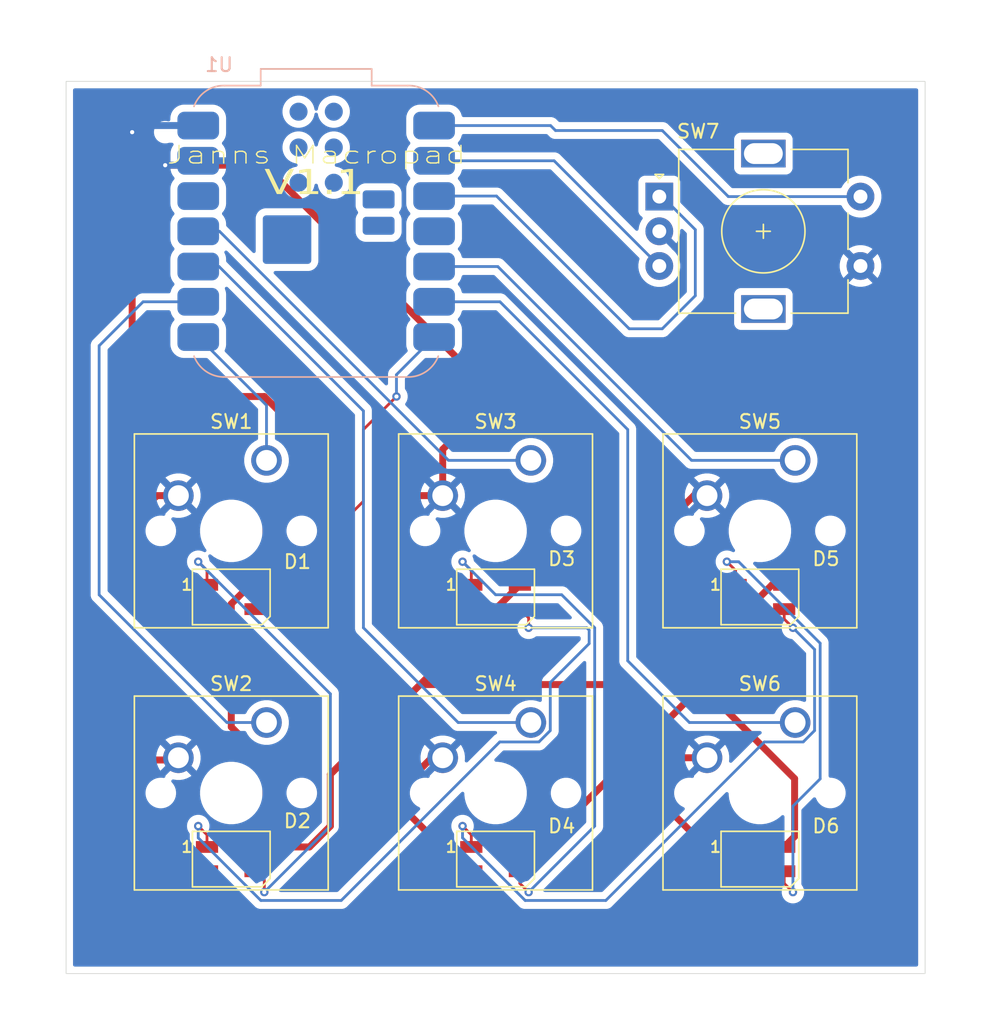
<source format=kicad_pcb>
(kicad_pcb (version 20241229) (generator "pcbnew") (generator_version "9.0")
  (layers (0 "F.Cu" signal) (2 "B.Cu" signal) (13 "F.Paste" user) (15 "B.Paste" user) (5 "F.SilkS" user "F.Silkscreen") (7 "B.SilkS" user "B.Silkscreen") (1 "F.Mask" user) (3 "B.Mask" user) (25 "Edge.Cuts" user))
  (net 0 "")
  (net 1 "+5V")
  (net 2 "Net-(D1-DIN)")
  (net 3 "Net-(D1-DOUT)")
  (net 4 "GND")
  (net 5 "Net-(D2-DOUT)")
  (net 6 "Net-(D3-DOUT)")
  (net 7 "Net-(D4-DOUT)")
  (net 8 "Net-(D5-DOUT)")
  (net 10 "Net-(U1-GPIO1{slash}RX)")
  (net 11 "Net-(U1-GPIO2{slash}SCK)")
  (net 12 "Net-(U1-GPIO3{slash}MOSI)")
  (net 13 "Net-(U1-GPIO4{slash}MISO)")
  (net 14 "Net-(U1-GPIO6{slash}SDA)")
  (net 15 "Net-(U1-GPIO7{slash}SCL)")
  (net 18 "Net-(U1-GPIO27{slash}ADC1{slash}A1)")
  (net 19 "Net-(U1-GPIO26{slash}ADC0{slash}A0)")
  (net 20 "Net-(U1-GPIO28{slash}ADC2{slash}A2)")
  (footprint "Button_Switch_Keyboard:SW_Cherry_MX_1.00u_PCB" (layer "F.Cu") (at 178.7525 83.185)
    (property "Reference" "SW3" (at -2.54 -2.794 0) (layer "F.SilkS"))
    (property "Value" "SW_Push")
    (fp_line (start -9.525 -1.905) (end 4.445 -1.905) (stroke (width 0.12)) (layer "F.SilkS"))
    (fp_line (start -9.525 12.065) (end -9.525 -1.905) (stroke (width 0.12)) (layer "F.SilkS"))
    (fp_line (start 4.445 -1.905) (end 4.445 12.065) (stroke (width 0.12)) (layer "F.SilkS"))
    (fp_line (start 4.445 12.065) (end -9.525 12.065) (stroke (width 0.12)) (layer "F.SilkS"))
    (pad "" np_thru_hole circle (at -7.62 5.08) (size 1.7 1.7) (drill 1.7) (layers "*.Cu" "*.Mask"))
    (pad "" np_thru_hole circle (at -2.54 5.08) (size 4 4) (drill 4) (layers "*.Cu" "*.Mask"))
    (pad "" np_thru_hole circle (at 2.54 5.08) (size 1.7 1.7) (drill 1.7) (layers "*.Cu" "*.Mask"))
    (pad "1" thru_hole circle (at 0 0) (size 2.2 2.2) (drill 1.5) (layers "*.Cu" "*.Mask") (net 12 "Net-(U1-GPIO3{slash}MOSI)"))
    (pad "2" thru_hole circle (at -6.35 2.54) (size 2.2 2.2) (drill 1.5) (layers "*.Cu" "*.Mask") (net 4 "GND"))
  )
  (footprint "LED_SMD:LED_SK6812MINI_PLCC4_3.5x3.5mm_P1.75mm" (layer "F.Cu") (at 176.2125 93.0275)
    (property "Reference" "D3" (at 4.7625 -2.75 0) (layer "F.SilkS"))
    (property "Value" "SK6812MINI")
    (fp_line (start -2.8 -2) (end -2.8 2) (stroke (width 0.12)) (layer "F.SilkS"))
    (fp_line (start -2.8 -2) (end 2.8 -2) (stroke (width 0.12)) (layer "F.SilkS"))
    (fp_line (start -2.8 2) (end 2.2 2) (stroke (width 0.12)) (layer "F.SilkS"))
    (fp_line (start 2.8 1.4) (end 2.2 2) (stroke (width 0.12)) (layer "F.SilkS"))
    (fp_line (start 2.8 1.4) (end 2.8 -2) (stroke (width 0.12)) (layer "F.SilkS"))
    (fp_text user "1" (at -3.2 -0.875 0) (layer "F.SilkS") (effects (font (size 0.8 0.8))))
    (pad "1" smd rect (at -1.75 -0.875) (size 1.6 0.85) (layers "F.Cu" "F.Mask" "F.Paste") (net 6 "Net-(D3-DOUT)"))
    (pad "2" smd rect (at -1.75 0.875) (size 1.6 0.85) (layers "F.Cu" "F.Mask" "F.Paste") (net 4 "GND"))
    (pad "3" smd rect (at 1.75 0.875) (size 1.6 0.85) (layers "F.Cu" "F.Mask" "F.Paste") (net 5 "Net-(D2-DOUT)"))
    (pad "4" smd rect (at 1.75 -0.875) (size 1.6 0.85) (layers "F.Cu" "F.Mask" "F.Paste") (net 1 "+5V"))
  )
  (footprint "Rotary_Encoder:RotaryEncoder_Alps_EC11E-Switch_Vertical_H20mm" (layer "F.Cu") (at 188.0125 64.175)
    (property "Reference" "SW7" (at 2.8 -4.7 0) (layer "F.SilkS"))
    (property "Value" "RotaryEncoder_Switch")
    (fp_line (start -0.3 -1.6) (end 0.3 -1.6) (stroke (width 0.12)) (layer "F.SilkS"))
    (fp_line (start 0 -1.3) (end -0.3 -1.6) (stroke (width 0.12)) (layer "F.SilkS"))
    (fp_line (start 0.3 -1.6) (end 0 -1.3) (stroke (width 0.12)) (layer "F.SilkS"))
    (fp_line (start 1.4 -3.4) (end 1.4 8.4) (stroke (width 0.12)) (layer "F.SilkS"))
    (fp_line (start 5.5 -3.4) (end 1.4 -3.4) (stroke (width 0.12)) (layer "F.SilkS"))
    (fp_line (start 5.5 8.4) (end 1.4 8.4) (stroke (width 0.12)) (layer "F.SilkS"))
    (fp_line (start 7 2.5) (end 8 2.5) (stroke (width 0.12)) (layer "F.SilkS"))
    (fp_line (start 7.5 2) (end 7.5 3) (stroke (width 0.12)) (layer "F.SilkS"))
    (fp_line (start 9.5 -3.4) (end 13.6 -3.4) (stroke (width 0.12)) (layer "F.SilkS"))
    (fp_line (start 13.6 -3.4) (end 13.6 -1) (stroke (width 0.12)) (layer "F.SilkS"))
    (fp_line (start 13.6 1.2) (end 13.6 3.8) (stroke (width 0.12)) (layer "F.SilkS"))
    (fp_line (start 13.6 6) (end 13.6 8.4) (stroke (width 0.12)) (layer "F.SilkS"))
    (fp_line (start 13.6 8.4) (end 9.5 8.4) (stroke (width 0.12)) (layer "F.SilkS"))
    (fp_circle (center 7.5 2.5) (end 10.5 2.5) (stroke (width 0.12)) (fill no) (layer "F.SilkS"))
    (pad "A" thru_hole rect (at 0 0) (size 2 2) (drill 1) (layers "*.Cu" "*.Mask") (net 20 "Net-(U1-GPIO28{slash}ADC2{slash}A2)"))
    (pad "B" thru_hole circle (at 0 5) (size 2 2) (drill 1) (layers "*.Cu" "*.Mask") (net 18 "Net-(U1-GPIO27{slash}ADC1{slash}A1)"))
    (pad "C" thru_hole circle (at 0 2.5) (size 2 2) (drill 1) (layers "*.Cu" "*.Mask") (net 4 "GND"))
    (pad "MP" thru_hole rect (at 7.5 -3.1) (size 3.2 2) (drill oval 2.8 1.5) (layers "*.Cu" "*.Mask"))
    (pad "MP" thru_hole rect (at 7.5 8.1) (size 3.2 2) (drill oval 2.8 1.5) (layers "*.Cu" "*.Mask"))
    (pad "S1" thru_hole circle (at 14.5 5) (size 2 2) (drill 1) (layers "*.Cu" "*.Mask") (net 4 "GND"))
    (pad "S2" thru_hole circle (at 14.5 0) (size 2 2) (drill 1) (layers "*.Cu" "*.Mask") (net 19 "Net-(U1-GPIO26{slash}ADC0{slash}A0)"))
  )
  (footprint "LED_SMD:LED_SK6812MINI_PLCC4_3.5x3.5mm_P1.75mm" (layer "F.Cu") (at 176.2125 111.91875)
    (property "Reference" "D4" (at 4.7625 -2.38125 0) (layer "F.SilkS"))
    (property "Value" "SK6812MINI")
    (fp_line (start -2.8 -2) (end -2.8 2) (stroke (width 0.12)) (layer "F.SilkS"))
    (fp_line (start -2.8 -2) (end 2.8 -2) (stroke (width 0.12)) (layer "F.SilkS"))
    (fp_line (start -2.8 2) (end 2.2 2) (stroke (width 0.12)) (layer "F.SilkS"))
    (fp_line (start 2.8 1.4) (end 2.2 2) (stroke (width 0.12)) (layer "F.SilkS"))
    (fp_line (start 2.8 1.4) (end 2.8 -2) (stroke (width 0.12)) (layer "F.SilkS"))
    (fp_text user "1" (at -3.2 -0.875 0) (layer "F.SilkS") (effects (font (size 0.8 0.8))))
    (pad "1" smd rect (at -1.75 -0.875) (size 1.6 0.85) (layers "F.Cu" "F.Mask" "F.Paste") (net 7 "Net-(D4-DOUT)"))
    (pad "2" smd rect (at -1.75 0.875) (size 1.6 0.85) (layers "F.Cu" "F.Mask" "F.Paste") (net 4 "GND"))
    (pad "3" smd rect (at 1.75 0.875) (size 1.6 0.85) (layers "F.Cu" "F.Mask" "F.Paste") (net 6 "Net-(D3-DOUT)"))
    (pad "4" smd rect (at 1.75 -0.875) (size 1.6 0.85) (layers "F.Cu" "F.Mask" "F.Paste") (net 1 "+5V"))
  )
  (footprint "Button_Switch_Keyboard:SW_Cherry_MX_1.00u_PCB" (layer "F.Cu") (at 159.7025 102.07625)
    (property "Reference" "SW2" (at -2.54 -2.794 0) (layer "F.SilkS"))
    (property "Value" "SW_Push")
    (fp_line (start -9.525 -1.905) (end 4.445 -1.905) (stroke (width 0.12)) (layer "F.SilkS"))
    (fp_line (start -9.525 12.065) (end -9.525 -1.905) (stroke (width 0.12)) (layer "F.SilkS"))
    (fp_line (start 4.445 -1.905) (end 4.445 12.065) (stroke (width 0.12)) (layer "F.SilkS"))
    (fp_line (start 4.445 12.065) (end -9.525 12.065) (stroke (width 0.12)) (layer "F.SilkS"))
    (pad "" np_thru_hole circle (at -7.62 5.08) (size 1.7 1.7) (drill 1.7) (layers "*.Cu" "*.Mask"))
    (pad "" np_thru_hole circle (at -2.54 5.08) (size 4 4) (drill 4) (layers "*.Cu" "*.Mask"))
    (pad "" np_thru_hole circle (at 2.54 5.08) (size 1.7 1.7) (drill 1.7) (layers "*.Cu" "*.Mask"))
    (pad "1" thru_hole circle (at 0 0) (size 2.2 2.2) (drill 1.5) (layers "*.Cu" "*.Mask") (net 11 "Net-(U1-GPIO2{slash}SCK)"))
    (pad "2" thru_hole circle (at -6.35 2.54) (size 2.2 2.2) (drill 1.5) (layers "*.Cu" "*.Mask") (net 4 "GND"))
  )
  (footprint "Button_Switch_Keyboard:SW_Cherry_MX_1.00u_PCB" (layer "F.Cu") (at 178.7525 102.07625)
    (property "Reference" "SW4" (at -2.54 -2.794 0) (layer "F.SilkS"))
    (property "Value" "SW_Push")
    (fp_line (start -9.525 -1.905) (end 4.445 -1.905) (stroke (width 0.12)) (layer "F.SilkS"))
    (fp_line (start -9.525 12.065) (end -9.525 -1.905) (stroke (width 0.12)) (layer "F.SilkS"))
    (fp_line (start 4.445 -1.905) (end 4.445 12.065) (stroke (width 0.12)) (layer "F.SilkS"))
    (fp_line (start 4.445 12.065) (end -9.525 12.065) (stroke (width 0.12)) (layer "F.SilkS"))
    (pad "" np_thru_hole circle (at -7.62 5.08) (size 1.7 1.7) (drill 1.7) (layers "*.Cu" "*.Mask"))
    (pad "" np_thru_hole circle (at -2.54 5.08) (size 4 4) (drill 4) (layers "*.Cu" "*.Mask"))
    (pad "" np_thru_hole circle (at 2.54 5.08) (size 1.7 1.7) (drill 1.7) (layers "*.Cu" "*.Mask"))
    (pad "1" thru_hole circle (at 0 0) (size 2.2 2.2) (drill 1.5) (layers "*.Cu" "*.Mask") (net 13 "Net-(U1-GPIO4{slash}MISO)"))
    (pad "2" thru_hole circle (at -6.35 2.54) (size 2.2 2.2) (drill 1.5) (layers "*.Cu" "*.Mask") (net 4 "GND"))
  )
  (footprint "Button_Switch_Keyboard:SW_Cherry_MX_1.00u_PCB" (layer "F.Cu") (at 197.8025 102.07625)
    (property "Reference" "SW6" (at -2.54 -2.794 0) (layer "F.SilkS"))
    (property "Value" "SW_Push")
    (fp_line (start -9.525 -1.905) (end 4.445 -1.905) (stroke (width 0.12)) (layer "F.SilkS"))
    (fp_line (start -9.525 12.065) (end -9.525 -1.905) (stroke (width 0.12)) (layer "F.SilkS"))
    (fp_line (start 4.445 -1.905) (end 4.445 12.065) (stroke (width 0.12)) (layer "F.SilkS"))
    (fp_line (start 4.445 12.065) (end -9.525 12.065) (stroke (width 0.12)) (layer "F.SilkS"))
    (pad "" np_thru_hole circle (at -7.62 5.08) (size 1.7 1.7) (drill 1.7) (layers "*.Cu" "*.Mask"))
    (pad "" np_thru_hole circle (at -2.54 5.08) (size 4 4) (drill 4) (layers "*.Cu" "*.Mask"))
    (pad "" np_thru_hole circle (at 2.54 5.08) (size 1.7 1.7) (drill 1.7) (layers "*.Cu" "*.Mask"))
    (pad "1" thru_hole circle (at 0 0) (size 2.2 2.2) (drill 1.5) (layers "*.Cu" "*.Mask") (net 15 "Net-(U1-GPIO7{slash}SCL)"))
    (pad "2" thru_hole circle (at -6.35 2.54) (size 2.2 2.2) (drill 1.5) (layers "*.Cu" "*.Mask") (net 4 "GND"))
  )
  (footprint "LED_SMD:LED_SK6812MINI_PLCC4_3.5x3.5mm_P1.75mm" (layer "F.Cu") (at 195.2625 111.91875)
    (property "Reference" "D6" (at 4.7625 -2.38125 0) (layer "F.SilkS"))
    (property "Value" "SK6812MINI")
    (fp_line (start -2.8 -2) (end -2.8 2) (stroke (width 0.12)) (layer "F.SilkS"))
    (fp_line (start -2.8 -2) (end 2.8 -2) (stroke (width 0.12)) (layer "F.SilkS"))
    (fp_line (start -2.8 2) (end 2.2 2) (stroke (width 0.12)) (layer "F.SilkS"))
    (fp_line (start 2.8 1.4) (end 2.2 2) (stroke (width 0.12)) (layer "F.SilkS"))
    (fp_line (start 2.8 1.4) (end 2.8 -2) (stroke (width 0.12)) (layer "F.SilkS"))
    (fp_text user "1" (at -3.2 -0.875 0) (layer "F.SilkS") (effects (font (size 0.8 0.8))))
    (pad "1" smd rect (at -1.75 -0.875) (size 1.6 0.85) (layers "F.Cu" "F.Mask" "F.Paste"))
    (pad "2" smd rect (at -1.75 0.875) (size 1.6 0.85) (layers "F.Cu" "F.Mask" "F.Paste") (net 4 "GND"))
    (pad "3" smd rect (at 1.75 0.875) (size 1.6 0.85) (layers "F.Cu" "F.Mask" "F.Paste") (net 8 "Net-(D5-DOUT)"))
    (pad "4" smd rect (at 1.75 -0.875) (size 1.6 0.85) (layers "F.Cu" "F.Mask" "F.Paste") (net 1 "+5V"))
  )
  (footprint "LED_SMD:LED_SK6812MINI_PLCC4_3.5x3.5mm_P1.75mm" (layer "F.Cu") (at 157.1625 93.0275)
    (property "Reference" "D1" (at 4.7625 -2.54 0) (layer "F.SilkS"))
    (property "Value" "SK6812MINI")
    (fp_line (start -2.8 -2) (end -2.8 2) (stroke (width 0.12)) (layer "F.SilkS"))
    (fp_line (start -2.8 -2) (end 2.8 -2) (stroke (width 0.12)) (layer "F.SilkS"))
    (fp_line (start -2.8 2) (end 2.2 2) (stroke (width 0.12)) (layer "F.SilkS"))
    (fp_line (start 2.8 1.4) (end 2.2 2) (stroke (width 0.12)) (layer "F.SilkS"))
    (fp_line (start 2.8 1.4) (end 2.8 -2) (stroke (width 0.12)) (layer "F.SilkS"))
    (fp_text user "1" (at -3.2 -0.875 0) (layer "F.SilkS") (effects (font (size 0.8 0.8))))
    (pad "1" smd rect (at -1.75 -0.875) (size 1.6 0.85) (layers "F.Cu" "F.Mask" "F.Paste") (net 3 "Net-(D1-DOUT)"))
    (pad "2" smd rect (at -1.75 0.875) (size 1.6 0.85) (layers "F.Cu" "F.Mask" "F.Paste") (net 4 "GND"))
    (pad "3" smd rect (at 1.75 0.875) (size 1.6 0.85) (layers "F.Cu" "F.Mask" "F.Paste") (net 2 "Net-(D1-DIN)"))
    (pad "4" smd rect (at 1.75 -0.875) (size 1.6 0.85) (layers "F.Cu" "F.Mask" "F.Paste") (net 1 "+5V"))
  )
  (footprint "Button_Switch_Keyboard:SW_Cherry_MX_1.00u_PCB" (layer "F.Cu") (at 197.8025 83.185)
    (property "Reference" "SW5" (at -2.54 -2.794 0) (layer "F.SilkS"))
    (property "Value" "SW_Push")
    (fp_line (start -9.525 -1.905) (end 4.445 -1.905) (stroke (width 0.12)) (layer "F.SilkS"))
    (fp_line (start -9.525 12.065) (end -9.525 -1.905) (stroke (width 0.12)) (layer "F.SilkS"))
    (fp_line (start 4.445 -1.905) (end 4.445 12.065) (stroke (width 0.12)) (layer "F.SilkS"))
    (fp_line (start 4.445 12.065) (end -9.525 12.065) (stroke (width 0.12)) (layer "F.SilkS"))
    (pad "" np_thru_hole circle (at -7.62 5.08) (size 1.7 1.7) (drill 1.7) (layers "*.Cu" "*.Mask"))
    (pad "" np_thru_hole circle (at -2.54 5.08) (size 4 4) (drill 4) (layers "*.Cu" "*.Mask"))
    (pad "" np_thru_hole circle (at 2.54 5.08) (size 1.7 1.7) (drill 1.7) (layers "*.Cu" "*.Mask"))
    (pad "1" thru_hole circle (at 0 0) (size 2.2 2.2) (drill 1.5) (layers "*.Cu" "*.Mask") (net 14 "Net-(U1-GPIO6{slash}SDA)"))
    (pad "2" thru_hole circle (at -6.35 2.54) (size 2.2 2.2) (drill 1.5) (layers "*.Cu" "*.Mask") (net 4 "GND"))
  )
  (footprint "Button_Switch_Keyboard:SW_Cherry_MX_1.00u_PCB" (layer "F.Cu") (at 159.7025 83.185)
    (property "Reference" "SW1" (at -2.54 -2.794 0) (layer "F.SilkS"))
    (property "Value" "SW_Push")
    (fp_line (start -9.525 -1.905) (end 4.445 -1.905) (stroke (width 0.12)) (layer "F.SilkS"))
    (fp_line (start -9.525 12.065) (end -9.525 -1.905) (stroke (width 0.12)) (layer "F.SilkS"))
    (fp_line (start 4.445 -1.905) (end 4.445 12.065) (stroke (width 0.12)) (layer "F.SilkS"))
    (fp_line (start 4.445 12.065) (end -9.525 12.065) (stroke (width 0.12)) (layer "F.SilkS"))
    (pad "" np_thru_hole circle (at -7.62 5.08) (size 1.7 1.7) (drill 1.7) (layers "*.Cu" "*.Mask"))
    (pad "" np_thru_hole circle (at -2.54 5.08) (size 4 4) (drill 4) (layers "*.Cu" "*.Mask"))
    (pad "" np_thru_hole circle (at 2.54 5.08) (size 1.7 1.7) (drill 1.7) (layers "*.Cu" "*.Mask"))
    (pad "1" thru_hole circle (at 0 0) (size 2.2 2.2) (drill 1.5) (layers "*.Cu" "*.Mask") (net 10 "Net-(U1-GPIO1{slash}RX)"))
    (pad "2" thru_hole circle (at -6.35 2.54) (size 2.2 2.2) (drill 1.5) (layers "*.Cu" "*.Mask") (net 4 "GND"))
  )
  (footprint "LED_SMD:LED_SK6812MINI_PLCC4_3.5x3.5mm_P1.75mm" (layer "F.Cu") (at 195.2625 93.0275)
    (property "Reference" "D5" (at 4.7625 -2.75 0) (layer "F.SilkS"))
    (property "Value" "SK6812MINI")
    (fp_line (start -2.8 -2) (end -2.8 2) (stroke (width 0.12)) (layer "F.SilkS"))
    (fp_line (start -2.8 -2) (end 2.8 -2) (stroke (width 0.12)) (layer "F.SilkS"))
    (fp_line (start -2.8 2) (end 2.2 2) (stroke (width 0.12)) (layer "F.SilkS"))
    (fp_line (start 2.8 1.4) (end 2.2 2) (stroke (width 0.12)) (layer "F.SilkS"))
    (fp_line (start 2.8 1.4) (end 2.8 -2) (stroke (width 0.12)) (layer "F.SilkS"))
    (fp_text user "1" (at -3.2 -0.875 0) (layer "F.SilkS") (effects (font (size 0.8 0.8))))
    (pad "1" smd rect (at -1.75 -0.875) (size 1.6 0.85) (layers "F.Cu" "F.Mask" "F.Paste") (net 8 "Net-(D5-DOUT)"))
    (pad "2" smd rect (at -1.75 0.875) (size 1.6 0.85) (layers "F.Cu" "F.Mask" "F.Paste") (net 4 "GND"))
    (pad "3" smd rect (at 1.75 0.875) (size 1.6 0.85) (layers "F.Cu" "F.Mask" "F.Paste") (net 7 "Net-(D4-DOUT)"))
    (pad "4" smd rect (at 1.75 -0.875) (size 1.6 0.85) (layers "F.Cu" "F.Mask" "F.Paste") (net 1 "+5V"))
  )
  (footprint "LED_SMD:LED_SK6812MINI_PLCC4_3.5x3.5mm_P1.75mm" (layer "F.Cu") (at 157.1625 111.91875)
    (property "Reference" "D2" (at 4.7625 -2.75 0) (layer "F.SilkS"))
    (property "Value" "SK6812MINI")
    (fp_line (start -2.8 -2) (end -2.8 2) (stroke (width 0.12)) (layer "F.SilkS"))
    (fp_line (start -2.8 -2) (end 2.8 -2) (stroke (width 0.12)) (layer "F.SilkS"))
    (fp_line (start -2.8 2) (end 2.2 2) (stroke (width 0.12)) (layer "F.SilkS"))
    (fp_line (start 2.8 1.4) (end 2.2 2) (stroke (width 0.12)) (layer "F.SilkS"))
    (fp_line (start 2.8 1.4) (end 2.8 -2) (stroke (width 0.12)) (layer "F.SilkS"))
    (fp_text user "1" (at -3.2 -0.875 0) (layer "F.SilkS") (effects (font (size 0.8 0.8))))
    (pad "1" smd rect (at -1.75 -0.875) (size 1.6 0.85) (layers "F.Cu" "F.Mask" "F.Paste") (net 5 "Net-(D2-DOUT)"))
    (pad "2" smd rect (at -1.75 0.875) (size 1.6 0.85) (layers "F.Cu" "F.Mask" "F.Paste") (net 4 "GND"))
    (pad "3" smd rect (at 1.75 0.875) (size 1.6 0.85) (layers "F.Cu" "F.Mask" "F.Paste") (net 3 "Net-(D1-DOUT)"))
    (pad "4" smd rect (at 1.75 -0.875) (size 1.6 0.85) (layers "F.Cu" "F.Mask" "F.Paste") (net 1 "+5V"))
  )
  (footprint "RF_Module:MCU_Seeed_ESP32C3" (layer "B.Cu") (at 163.28125 66.675 180)
    (property "Reference" "U1" (at 7 12 0) (layer "B.SilkS") (effects (justify mirror)))
    (property "Value" "XIAO-RP2040-DIP")
    (fp_line (start 6.6 10.5) (end 4 10.5) (stroke (width 0.12)) (layer "B.SilkS"))
    (fp_line (start 4 11.7) (end 4 10.5) (stroke (width 0.12)) (layer "B.SilkS"))
    (fp_line (start -4 11.7) (end 4 11.7) (stroke (width 0.12)) (layer "B.SilkS"))
    (fp_line (start -4 10.5) (end -4 11.7) (stroke (width 0.12)) (layer "B.SilkS"))
    (fp_line (start -4 10.5) (end -6.6 10.5) (stroke (width 0.12)) (layer "B.SilkS"))
    (fp_line (start -6.7 -10.5) (end 6.7 -10.5) (stroke (width 0.12)) (layer "B.SilkS"))
    (fp_arc (start 8.804034 9.001464) (mid 7.944325 10.107118) (end 6.6 10.499999) (stroke (width 0.12)) (layer "B.SilkS"))
    (fp_arc (start 6.7 -10.5) (mid 7.977231 -10.068123) (end 8.8 -9) (stroke (width 0.12)) (layer "B.SilkS"))
    (fp_arc (start -6.600468 10.499999) (mid -7.949609 10.111769) (end -8.812892 9.00468) (stroke (width 0.12)) (layer "B.SilkS"))
    (fp_arc (start -8.8 -9) (mid -7.977232 -10.068125) (end -6.7 -10.5) (stroke (width 0.12)) (layer "B.SilkS"))
    (pad "1" smd roundrect (at -8.5 7.62 180) (size 3 2) (layers "B.Cu" "B.Mask" "B.Paste") (net 19 "Net-(U1-GPIO26{slash}ADC0{slash}A0)"))
    (pad "2" smd roundrect (at -8.5 5.08 180) (size 3 2) (layers "B.Cu" "B.Mask" "B.Paste") (net 18 "Net-(U1-GPIO27{slash}ADC1{slash}A1)"))
    (pad "3" smd roundrect (at -8.5 2.54 180) (size 3 2) (layers "B.Cu" "B.Mask" "B.Paste") (net 20 "Net-(U1-GPIO28{slash}ADC2{slash}A2)"))
    (pad "4" smd roundrect (at -8.5 0 180) (size 3 2) (layers "B.Cu" "B.Mask" "B.Paste"))
    (pad "5" smd roundrect (at -8.5 -2.54 180) (size 3 2) (layers "B.Cu" "B.Mask" "B.Paste") (net 14 "Net-(U1-GPIO6{slash}SDA)"))
    (pad "6" smd roundrect (at -8.5 -5.08 180) (size 3 2) (layers "B.Cu" "B.Mask" "B.Paste") (net 15 "Net-(U1-GPIO7{slash}SCL)"))
    (pad "7" smd roundrect (at -8.5 -7.62 180) (size 3 2) (layers "B.Cu" "B.Mask" "B.Paste") (net 2 "Net-(D1-DIN)"))
    (pad "8" smd roundrect (at 8.5 -7.62 180) (size 3 2) (layers "B.Cu" "B.Mask" "B.Paste") (net 10 "Net-(U1-GPIO1{slash}RX)"))
    (pad "9" smd roundrect (at 8.5 -5.08 180) (size 3 2) (layers "B.Cu" "B.Mask" "B.Paste") (net 11 "Net-(U1-GPIO2{slash}SCK)"))
    (pad "10" smd roundrect (at 8.5 -2.54 180) (size 3 2) (layers "B.Cu" "B.Mask" "B.Paste") (net 13 "Net-(U1-GPIO4{slash}MISO)"))
    (pad "11" smd roundrect (at 8.5 0 180) (size 3 2) (layers "B.Cu" "B.Mask" "B.Paste") (net 12 "Net-(U1-GPIO3{slash}MOSI)"))
    (pad "12" smd roundrect (at 8.5 2.54 180) (size 3 2) (layers "B.Cu" "B.Mask" "B.Paste"))
    (pad "13" smd roundrect (at 8.5 5.08 180) (size 3 2) (layers "B.Cu" "B.Mask" "B.Paste") (net 4 "GND"))
    (pad "14" smd roundrect (at 8.5 7.62 180) (size 3 2) (layers "B.Cu" "B.Mask" "B.Paste") (net 1 "+5V"))
    (pad "15" smd roundrect (at 2.1 -0.6 180) (size 3.5 3.5) (property pad_prop_heatsink) (layers "B.Cu" "B.Mask") (roundrect_rratio 0.07142857143))
    (pad "16" smd roundrect (at -4.5 0.4 180) (size 2.3 1.3) (layers "B.Cu" "B.Mask" "B.Paste") (roundrect_rratio 0.1923076923))
    (pad "17" smd roundrect (at -4.5 2.3 180) (size 2.3 1.3) (layers "B.Cu" "B.Mask" "B.Paste") (roundrect_rratio 0.1923076923))
    (pad "18" smd circle (at -1.27 8.62 180) (size 1.3 1.3) (layers "B.Cu" "B.Mask" "B.Paste"))
    (pad "19" smd circle (at -1.27 6.04 180) (size 1.3 1.3) (layers "B.Cu" "B.Mask" "B.Paste"))
    (pad "20" smd circle (at -1.27 3.5 180) (size 1.3 1.3) (layers "B.Cu" "B.Mask" "B.Paste"))
    (pad "21" smd circle (at 1.27 3.5 180) (size 1.3 1.3) (layers "B.Cu" "B.Mask" "B.Paste"))
    (pad "22" smd circle (at 1.27 6.04 180) (size 1.3 1.3) (layers "B.Cu" "B.Mask" "B.Paste"))
    (pad "23" smd circle (at 1.27 8.62 180) (size 1.3 1.3) (layers "B.Cu" "B.Mask" "B.Paste"))
  )
  (gr_line (start 154.78125 61.9125) (end 152.4 61.9125) (stroke (width 0.5)) (layer "B.Cu") (net 4))
  (gr_rect (start 145.25625 55.8725) (end 207.16875 120.16625) (stroke (width 0.05)) (fill no) (layer "Edge.Cuts"))
  (gr_text "Janns Macropad" (at 152.4 61.9125 0) (layer "F.SilkS") (effects (font (size 1.27 1.778) (thickness 0.1)) (justify left bottom)))
  (gr_text "V1.1" (at 159.54375 64.29375 0) (layer "F.SilkS") (effects (font (size 1.778 2.2606) (thickness 0.1)) (justify left bottom)))
  (segment (start 150.01875 76.2) (end 152.4 78.58125) (width 0.5) (layer "F.Cu") (net 1))
  (segment (start 170.77625 99.33875) (end 185.06375 99.33875) (width 0.5) (layer "F.Cu") (net 1))
  (segment (start 159.6635 87.9865) (end 159.6635 91.4015) (width 0.5) (layer "F.Cu") (net 1))
  (segment (start 159.6635 91.4015) (end 158.9125 92.1525) (width 0.5) (layer "F.Cu") (net 1))
  (segment (start 197.0125 92.1525) (end 196.1385 92.1525) (width 0.5) (layer "F.Cu") (net 1))
  (segment (start 195.2625 95.25) (end 190.5 100.0125) (width 0.5) (layer "F.Cu") (net 1))
  (segment (start 196.1385 92.1525) (end 195.2625 93.0285) (width 0.5) (layer "F.Cu") (net 1))
  (segment (start 158.9125 92.1525) (end 158.5375 92.1525) (width 0.5) (layer "F.Cu") (net 1))
  (segment (start 164.30625 105.80875) (end 165.34 104.775) (width 0.5) (layer "F.Cu") (net 1))
  (segment (start 157.1625 102.39375) (end 159.6635 104.89475) (width 0.5) (layer "F.Cu") (net 1))
  (segment (start 179.46875 111.04375) (end 188.11875 102.39375) (width 0.5) (layer "F.Cu") (net 1))
  (segment (start 191.655698 100.0125) (end 190.5 100.0125) (width 0.5) (layer "F.Cu") (net 1))
  (segment (start 197.0125 111.04375) (end 197.7635 110.29275) (width 0.5) (layer "F.Cu") (net 1))
  (segment (start 158.5375 92.1525) (end 157.1625 93.5275) (width 0.5) (layer "F.Cu") (net 1))
  (segment (start 197.7635 106.120302) (end 191.655698 100.0125) (width 0.5) (layer "F.Cu") (net 1))
  (segment (start 157.1625 93.5275) (end 157.1625 102.39375) (width 0.5) (layer "F.Cu") (net 1))
  (segment (start 159.54375 78.58125) (end 164.30625 83.34375) (width 0.5) (layer "F.Cu") (net 1))
  (segment (start 170.77625 99.33875) (end 177.9625 92.1525) (width 0.5) (layer "F.Cu") (net 1))
  (segment (start 150.01875 59.53125) (end 150.01875 76.2) (width 0.5) (layer "F.Cu") (net 1))
  (segment (start 159.6635 110.29275) (end 158.9125 111.04375) (width 0.5) (layer "F.Cu") (net 1))
  (segment (start 158.9125 111.04375) (end 162.8 111.04375) (width 0.5) (layer "F.Cu") (net 1))
  (segment (start 164.30625 109.5375) (end 164.30625 105.80875) (width 0.5) (layer "F.Cu") (net 1))
  (segment (start 152.4 78.58125) (end 159.54375 78.58125) (width 0.5) (layer "F.Cu") (net 1))
  (segment (start 159.6635 104.89475) (end 159.6635 110.29275) (width 0.5) (layer "F.Cu") (net 1))
  (segment (start 195.2625 93.0285) (end 195.2625 95.25) (width 0.5) (layer "F.Cu") (net 1))
  (segment (start 188.11875 102.39375) (end 190.5 100.0125) (width 0.5) (layer "F.Cu") (net 1))
  (segment (start 164.30625 83.34375) (end 159.6635 87.9865) (width 0.5) (layer "F.Cu") (net 1))
  (segment (start 197.7635 110.29275) (end 197.7635 106.120302) (width 0.5) (layer "F.Cu") (net 1))
  (segment (start 165.34 104.775) (end 170.77625 99.33875) (width 0.5) (layer "F.Cu") (net 1))
  (segment (start 162.8 111.04375) (end 164.30625 109.5375) (width 0.5) (layer "F.Cu") (net 1))
  (segment (start 177.9625 111.04375) (end 179.46875 111.04375) (width 0.5) (layer "F.Cu") (net 1))
  (segment (start 185.06375 99.33875) (end 188.11875 102.39375) (width 0.5) (layer "F.Cu") (net 1))
  (via (at 150.01875 59.53125) (size 0.6) (drill 0.3) (layers "F.Cu" "B.Cu") (net 1))
  (segment (start 150.495 59.055) (end 150.01875 59.53125) (width 0.5) (layer "B.Cu") (net 1))
  (segment (start 154.305 59.53125) (end 154.78125 59.055) (width 0.5) (layer "B.Cu") (net 1))
  (segment (start 154.78125 59.055) (end 150.495 59.055) (width 0.5) (layer "B.Cu") (net 1))
  (segment (start 158.9125 93.9025) (end 166.6875 86.1275) (width 0.2) (layer "F.Cu") (net 2))
  (segment (start 166.6875 86.1275) (end 166.6875 83.34375) (width 0.2) (layer "F.Cu") (net 2))
  (segment (start 166.6875 80.9625) (end 169.06875 78.58125) (width 0.2) (layer "F.Cu") (net 2))
  (segment (start 166.6875 83.34375) (end 166.6875 80.9625) (width 0.2) (layer "F.Cu") (net 2))
  (via (at 169.06875 78.58125) (size 0.6) (drill 0.3) (layers "F.Cu" "B.Cu") (net 2))
  (segment (start 169.06875 78.58125) (end 169.06875 77.0075) (width 0.2) (layer "B.Cu") (net 2))
  (segment (start 169.06875 77.0075) (end 171.78125 74.295) (width 0.2) (layer "B.Cu") (net 2))
  (segment (start 155.4125 92.1525) (end 155.4125 91.11875) (width 0.2) (layer "F.Cu") (net 3))
  (segment (start 159.54375 114.3) (end 159.54375 113.425) (width 0.2) (layer "F.Cu") (net 3))
  (segment (start 155.4125 91.11875) (end 154.78125 90.4875) (width 0.2) (layer "F.Cu") (net 3))
  (segment (start 159.54375 113.425) (end 158.9125 112.79375) (width 0.2) (layer "F.Cu") (net 3))
  (via (at 159.54375 114.3) (size 0.6) (drill 0.3) (layers "F.Cu" "B.Cu") (net 3))
  (via (at 154.78125 90.4875) (size 0.6) (drill 0.3) (layers "F.Cu" "B.Cu") (net 3))
  (segment (start 164.30625 109.5375) (end 159.54375 114.3) (width 0.2) (layer "B.Cu") (net 3))
  (segment (start 154.78125 90.4875) (end 164.30625 100.0125) (width 0.2) (layer "B.Cu") (net 3))
  (segment (start 164.30625 100.0125) (end 164.30625 109.5375) (width 0.2) (layer "B.Cu") (net 3))
  (segment (start 153.3525 85.725) (end 151.796866 85.725) (width 0.5) (layer "F.Cu") (net 4))
  (segment (start 188.11875 88.10625) (end 190.5 85.725) (width 0.5) (layer "F.Cu") (net 4))
  (segment (start 150.01875 104.775) (end 153.19375 104.775) (width 0.5) (layer "F.Cu") (net 4))
  (segment (start 191.53375 93.9025) (end 188.11875 90.4875) (width 0.5) (layer "F.Cu") (net 4))
  (segment (start 171.60875 104.61625) (end 172.4025 104.61625) (width 0.5) (layer "F.Cu") (net 4))
  (segment (start 190.5 85.725) (end 191.4525 85.725) (width 0.5) (layer "F.Cu") (net 4))
  (segment (start 188.11875 90.4875) (end 188.11875 88.10625) (width 0.5) (layer "F.Cu") (net 4))
  (segment (start 169.06875 88.88375) (end 169.06875 85.725) (width 0.5) (layer "F.Cu") (net 4))
  (segment (start 188.11875 104.775) (end 188.2775 104.61625) (width 0.5) (layer "F.Cu") (net 4))
  (segment (start 174.0875 93.9025) (end 169.06875 88.88375) (width 0.5) (layer "F.Cu") (net 4))
  (segment (start 188.2775 104.61625) (end 191.4525 104.61625) (width 0.5) (layer "F.Cu") (net 4))
  (segment (start 155.0355 93.9025) (end 155.4125 93.9025) (width 0.5) (layer "F.Cu") (net 4))
  (segment (start 172.4025 82.39125) (end 172.4025 85.725) (width 0.5) (layer "F.Cu") (net 4))
  (segment (start 174.4625 93.9025) (end 174.0875 93.9025) (width 0.5) (layer "F.Cu") (net 4))
  (segment (start 174.4625 112.79375) (end 174.0855 112.79375) (width 0.5) (layer "F.Cu") (net 4))
  (segment (start 193.5125 112.79375) (end 193.1375 112.79375) (width 0.5) (layer "F.Cu") (net 4))
  (segment (start 174.0855 112.79375) (end 169.06875 107.777) (width 0.5) (layer "F.Cu") (net 4))
  (segment (start 193.5125 93.9025) (end 191.53375 93.9025) (width 0.5) (layer "F.Cu") (net 4))
  (segment (start 153.275 112.79375) (end 150.01875 109.5375) (width 0.5) (layer "F.Cu") (net 4))
  (segment (start 151.796866 85.725) (end 150.01875 87.503116) (width 0.5) (layer "F.Cu") (net 4))
  (segment (start 150.01875 109.5375) (end 150.01875 104.775) (width 0.5) (layer "F.Cu") (net 4))
  (segment (start 153.19375 104.775) (end 153.3525 104.61625) (width 0.5) (layer "F.Cu") (net 4))
  (segment (start 159.54375 61.9125) (end 176.2125 78.58125) (width 0.5) (layer "F.Cu") (net 4))
  (segment (start 150.01875 88.88575) (end 155.0355 93.9025) (width 0.5) (layer "F.Cu") (net 4))
  (segment (start 169.06875 107.15625) (end 171.60875 104.61625) (width 0.5) (layer "F.Cu") (net 4))
  (segment (start 176.2125 78.58125) (end 172.4025 82.39125) (width 0.5) (layer "F.Cu") (net 4))
  (segment (start 193.1375 112.79375) (end 188.11875 107.775) (width 0.5) (layer "F.Cu") (net 4))
  (segment (start 188.11875 107.775) (end 188.11875 104.775) (width 0.5) (layer "F.Cu") (net 4))
  (segment (start 150.01875 87.503116) (end 150.01875 88.88575) (width 0.5) (layer "F.Cu") (net 4))
  (segment (start 155.4125 112.79375) (end 153.275 112.79375) (width 0.5) (layer "F.Cu") (net 4))
  (segment (start 169.06875 107.777) (end 169.06875 107.15625) (width 0.5) (layer "F.Cu") (net 4))
  (segment (start 169.06875 85.725) (end 172.4025 85.725) (width 0.5) (layer "F.Cu") (net 4))
  (segment (start 152.4 61.9125) (end 159.54375 61.9125) (width 0.5) (layer "F.Cu") (net 4))
  (via (at 152.4 61.9125) (size 0.6) (drill 0.3) (layers "F.Cu" "B.Cu") (net 4))
  (segment (start 154.78125 61.595) (end 159.22625 61.595) (width 0.5) (layer "B.Cu") (net 4))
  (segment (start 178.59375 95.25) (end 178.59375 94.53375) (width 0.2) (layer "F.Cu") (net 5))
  (segment (start 178.59375 94.53375) (end 177.9625 93.9025) (width 0.2) (layer "F.Cu") (net 5))
  (segment (start 155.4125 111.04375) (end 155.4125 110.16875) (width 0.2) (layer "F.Cu") (net 5))
  (segment (start 155.4125 110.16875) (end 154.78125 109.5375) (width 0.2) (layer "F.Cu") (net 5))
  (via (at 178.59375 95.25) (size 0.6) (drill 0.3) (layers "F.Cu" "B.Cu") (net 5))
  (via (at 154.78125 109.5375) (size 0.6) (drill 0.3) (layers "F.Cu" "B.Cu") (net 5))
  (segment (start 180.1535 99.191) (end 182.95525 96.38925) (width 0.2) (layer "B.Cu") (net 5))
  (segment (start 182.95525 95.4161) (end 182.78915 95.25) (width 0.2) (layer "B.Cu") (net 5))
  (segment (start 179.332814 103.47725) (end 180.1535 102.656564) (width 0.2) (layer "B.Cu") (net 5))
  (segment (start 165.08622 114.901) (end 176.50997 103.47725) (width 0.2) (layer "B.Cu") (net 5))
  (segment (start 154.78125 110.387443) (end 159.294807 114.901) (width 0.2) (layer "B.Cu") (net 5))
  (segment (start 182.95525 96.38925) (end 182.95525 95.4161) (width 0.2) (layer "B.Cu") (net 5))
  (segment (start 180.1535 102.656564) (end 180.1535 99.191) (width 0.2) (layer "B.Cu") (net 5))
  (segment (start 182.78915 95.25) (end 178.59375 95.25) (width 0.2) (layer "B.Cu") (net 5))
  (segment (start 176.50997 103.47725) (end 179.332814 103.47725) (width 0.2) (layer "B.Cu") (net 5))
  (segment (start 159.294807 114.901) (end 165.08622 114.901) (width 0.2) (layer "B.Cu") (net 5))
  (segment (start 154.78125 109.5375) (end 154.78125 110.387443) (width 0.2) (layer "B.Cu") (net 5))
  (segment (start 174.4625 92.1525) (end 174.4625 91.11875) (width 0.2) (layer "F.Cu") (net 6))
  (segment (start 174.4625 91.11875) (end 173.83125 90.4875) (width 0.2) (layer "F.Cu") (net 6))
  (segment (start 177.9625 113.66875) (end 178.59375 114.3) (width 0.2) (layer "F.Cu") (net 6))
  (segment (start 177.9625 112.79375) (end 177.9625 113.66875) (width 0.2) (layer "F.Cu") (net 6))
  (via (at 178.59375 114.3) (size 0.6) (drill 0.3) (layers "F.Cu" "B.Cu") (net 6))
  (via (at 173.83125 90.4875) (size 0.6) (drill 0.3) (layers "F.Cu" "B.Cu") (net 6))
  (segment (start 180.975 92.86875) (end 176.2125 92.86875) (width 0.2) (layer "B.Cu") (net 6))
  (segment (start 176.2125 92.86875) (end 173.83125 90.4875) (width 0.2) (layer "B.Cu") (net 6))
  (segment (start 183.35625 109.5375) (end 183.35625 95.25) (width 0.2) (layer "B.Cu") (net 6))
  (segment (start 183.35625 95.25) (end 180.975 92.86875) (width 0.2) (layer "B.Cu") (net 6))
  (segment (start 178.59375 114.3) (end 183.35625 109.5375) (width 0.2) (layer "B.Cu") (net 6))
  (segment (start 174.4625 111.04375) (end 174.4625 110.16875) (width 0.2) (layer "F.Cu") (net 7))
  (segment (start 197.0125 94.61875) (end 197.64375 95.25) (width 0.2) (layer "F.Cu") (net 7))
  (segment (start 174.4625 110.16875) (end 173.83125 109.5375) (width 0.2) (layer "F.Cu") (net 7))
  (segment (start 197.0125 93.9025) (end 197.0125 94.61875) (width 0.2) (layer "F.Cu") (net 7))
  (via (at 173.83125 109.5375) (size 0.6) (drill 0.3) (layers "F.Cu" "B.Cu") (net 7))
  (via (at 197.64375 95.25) (size 0.6) (drill 0.3) (layers "F.Cu" "B.Cu") (net 7))
  (segment (start 195.580814 103.47725) (end 184.157064 114.901) (width 0.2) (layer "B.Cu") (net 7))
  (segment (start 178.344807 114.901) (end 173.83125 110.387443) (width 0.2) (layer "B.Cu") (net 7))
  (segment (start 197.64375 95.25) (end 199.2035 96.80975) (width 0.2) (layer "B.Cu") (net 7))
  (segment (start 198.382814 103.47725) (end 195.580814 103.47725) (width 0.2) (layer "B.Cu") (net 7))
  (segment (start 199.2035 96.80975) (end 199.2035 102.656564) (width 0.2) (layer "B.Cu") (net 7))
  (segment (start 173.83125 110.387443) (end 173.83125 109.5375) (width 0.2) (layer "B.Cu") (net 7))
  (segment (start 184.157064 114.901) (end 178.344807 114.901) (width 0.2) (layer "B.Cu") (net 7))
  (segment (start 199.2035 102.656564) (end 198.382814 103.47725) (width 0.2) (layer "B.Cu") (net 7))
  (segment (start 197.0125 112.79375) (end 197.0125 113.66875) (width 0.2) (layer "F.Cu") (net 8))
  (segment (start 197.0125 113.66875) (end 197.64375 114.3) (width 0.2) (layer "F.Cu") (net 8))
  (segment (start 193.5125 92.1525) (end 193.5125 91.11875) (width 0.2) (layer "F.Cu") (net 8))
  (segment (start 193.5125 91.11875) (end 192.88125 90.4875) (width 0.2) (layer "F.Cu") (net 8))
  (via (at 192.88125 90.4875) (size 0.6) (drill 0.3) (layers "F.Cu" "B.Cu") (net 8))
  (via (at 197.64375 114.3) (size 0.6) (drill 0.3) (layers "F.Cu" "B.Cu") (net 8))
  (segment (start 197.64375 108.099816) (end 197.64375 114.3) (width 0.2) (layer "B.Cu") (net 8))
  (segment (start 199.6045 96.360807) (end 199.6045 106.139066) (width 0.2) (layer "B.Cu") (net 8))
  (segment (start 193.731193 90.4875) (end 199.6045 96.360807) (width 0.2) (layer "B.Cu") (net 8))
  (segment (start 192.88125 90.4875) (end 193.731193 90.4875) (width 0.2) (layer "B.Cu") (net 8))
  (segment (start 199.6045 106.139066) (end 197.64375 108.099816) (width 0.2) (layer "B.Cu") (net 8))
  (segment (start 159.7025 83.185) (end 159.7025 79.21625) (width 0.2) (layer "B.Cu") (net 10))
  (segment (start 159.7025 79.21625) (end 154.78125 74.295) (width 0.2) (layer "B.Cu") (net 10))
  (segment (start 159.7025 102.07625) (end 156.845 102.07625) (width 0.2) (layer "B.Cu") (net 11))
  (segment (start 150.805 71.755) (end 154.78125 71.755) (width 0.2) (layer "B.Cu") (net 11))
  (segment (start 147.6375 74.9225) (end 150.805 71.755) (width 0.2) (layer "B.Cu") (net 11))
  (segment (start 156.845 102.07625) (end 147.6375 92.86875) (width 0.2) (layer "B.Cu") (net 11))
  (segment (start 147.6375 74.9225) (end 147.6375 92.86875) (width 0.2) (layer "B.Cu") (net 11))
  (segment (start 156.312557 66.675) (end 154.78125 66.675) (width 0.2) (layer "B.Cu") (net 12))
  (segment (start 178.7525 83.185) (end 172.822557 83.185) (width 0.2) (layer "B.Cu") (net 12))
  (segment (start 172.822557 83.185) (end 156.312557 66.675) (width 0.2) (layer "B.Cu") (net 12))
  (segment (start 173.51375 102.07625) (end 166.6875 95.25) (width 0.2) (layer "B.Cu") (net 13))
  (segment (start 166.6875 79.62125) (end 166.6875 95.25) (width 0.2) (layer "B.Cu") (net 13))
  (segment (start 154.78125 69.215) (end 156.28125 69.215) (width 0.2) (layer "B.Cu") (net 13))
  (segment (start 178.7525 102.07625) (end 173.51375 102.07625) (width 0.2) (layer "B.Cu") (net 13))
  (segment (start 156.28125 69.215) (end 166.6875 79.62125) (width 0.2) (layer "B.Cu") (net 13))
  (segment (start 190.34125 83.185) (end 176.37125 69.215) (width 0.2) (layer "B.Cu") (net 14))
  (segment (start 197.8025 83.185) (end 190.34125 83.185) (width 0.2) (layer "B.Cu") (net 14))
  (segment (start 176.37125 69.215) (end 171.78125 69.215) (width 0.2) (layer "B.Cu") (net 14))
  (segment (start 197.8025 102.07625) (end 190.1825 102.07625) (width 0.2) (layer "B.Cu") (net 15))
  (segment (start 185.7375 97.63125) (end 185.7375 80.9625) (width 0.2) (layer "B.Cu") (net 15))
  (segment (start 190.1825 102.07625) (end 185.7375 97.63125) (width 0.2) (layer "B.Cu") (net 15))
  (segment (start 185.7375 80.9625) (end 176.53 71.755) (width 0.2) (layer "B.Cu") (net 15))
  (segment (start 176.53 71.755) (end 171.78125 71.755) (width 0.2) (layer "B.Cu") (net 15))
  (segment (start 188.0125 69.175) (end 180.4325 61.595) (width 0.2) (layer "B.Cu") (net 18))
  (segment (start 180.4325 61.595) (end 171.78125 61.595) (width 0.2) (layer "B.Cu") (net 18))
  (segment (start 180.17375 59.055) (end 171.78125 59.055) (width 0.2) (layer "B.Cu") (net 19))
  (segment (start 188.225 59.4125) (end 180.53125 59.4125) (width 0.2) (layer "B.Cu") (net 19))
  (segment (start 180.53125 59.4125) (end 180.17375 59.055) (width 0.2) (layer "B.Cu") (net 19))
  (segment (start 202.5125 64.175) (end 192.9875 64.175) (width 0.2) (layer "B.Cu") (net 19))
  (segment (start 192.9875 64.175) (end 188.225 59.4125) (width 0.2) (layer "B.Cu") (net 19))
  (segment (start 190.60625 71.31875) (end 188.225 73.7) (width 0.2) (layer "B.Cu") (net 20))
  (segment (start 176.27875 64.135) (end 171.78125 64.135) (width 0.2) (layer "B.Cu") (net 20))
  (segment (start 188.225 73.7) (end 185.84375 73.7) (width 0.2) (layer "B.Cu") (net 20))
  (segment (start 185.84375 73.7) (end 176.27875 64.135) (width 0.2) (layer "B.Cu") (net 20))
  (segment (start 190.60625 66.55625) (end 190.60625 71.31875) (width 0.2) (layer "B.Cu") (net 20))
  (segment (start 188.0125 64.175) (end 188.225 64.175) (width 0.2) (layer "B.Cu") (net 20))
  (segment (start 188.225 64.175) (end 190.60625 66.55625) (width 0.2) (layer "B.Cu") (net 20))
  (zone (net 4) (net_name "GND") (layer "B.Cu") (connect_pads (clearance 0.508)) (min_thickness 0.254) (fill yes (thermal_gap 0.5) (thermal_bridge_width 0.508))
    (polygon (pts (xy 140.49375 50.00625) (xy 211.93125 50.00625) (xy 211.93125 123.825) (xy 140.49375 123.825)))
  )
)
</source>
